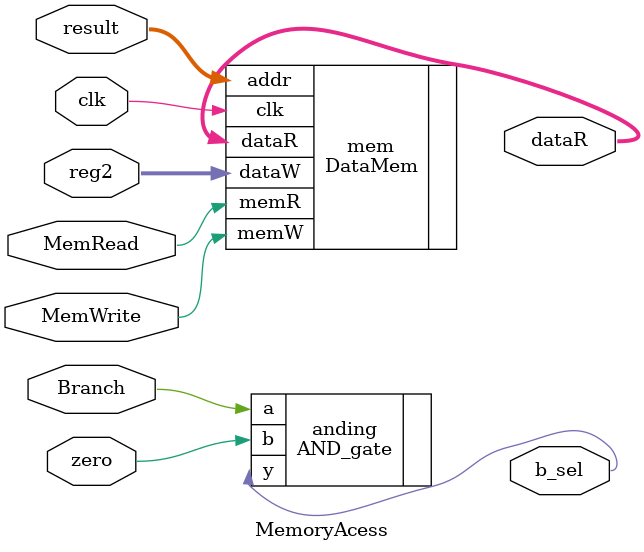
<source format=sv>
module MemoryAcess(clk,reg2,result, MemRead, MemWrite,dataR,zero,Branch,b_sel);
input bit clk;
input logic [31:0] reg2,result;
input logic  MemRead, MemWrite;
output logic [31:0] dataR;
input logic zero,Branch;
output logic b_sel;
DataMem mem(.clk(clk),.dataW(reg2),.addr(result),.memR(MemRead),.memW(MemWrite),.dataR(dataR));
AND_gate anding(.a(Branch),.b(zero),.y(b_sel));
endmodule
</source>
